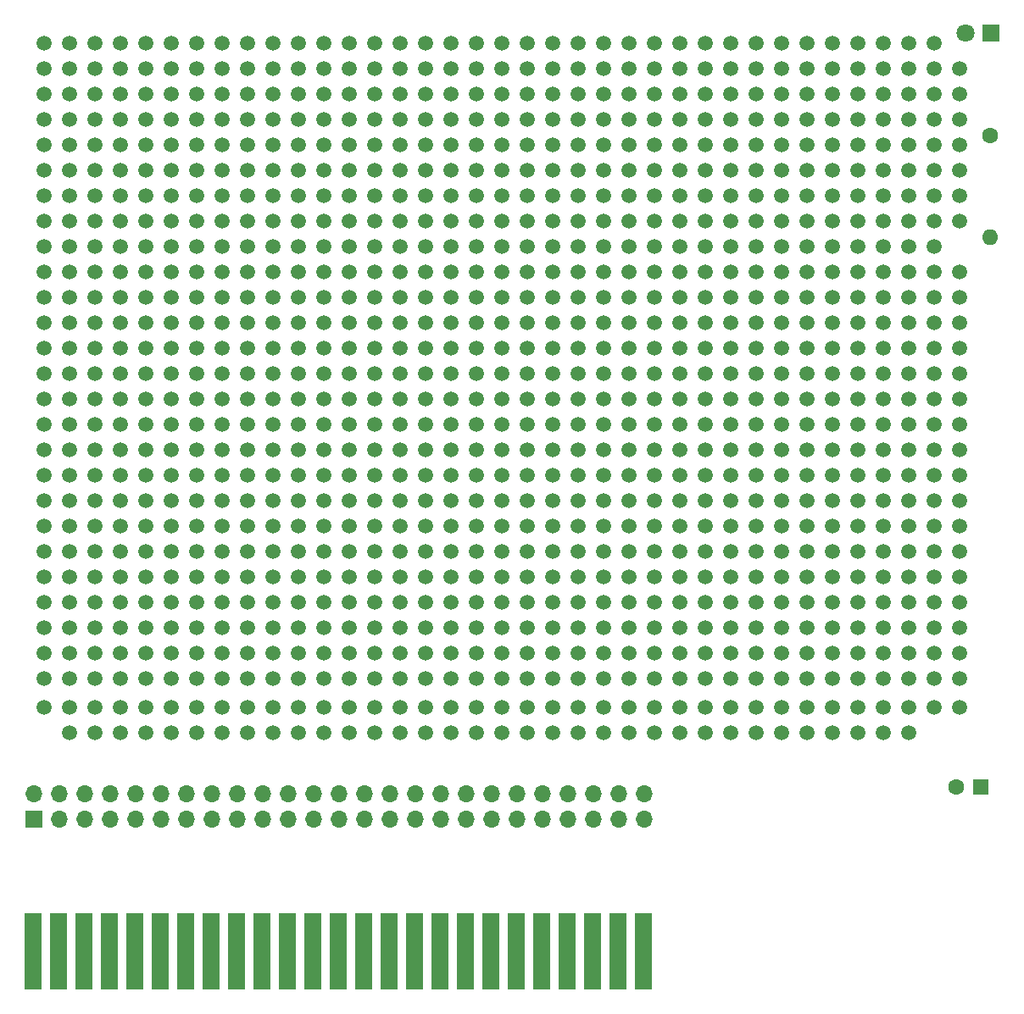
<source format=gbr>
G04 #@! TF.GenerationSoftware,KiCad,Pcbnew,7.0.7*
G04 #@! TF.CreationDate,2024-07-02T20:39:07-05:00*
G04 #@! TF.ProjectId,protoCard,70726f74-6f43-4617-9264-2e6b69636164,1.2*
G04 #@! TF.SameCoordinates,Original*
G04 #@! TF.FileFunction,Soldermask,Bot*
G04 #@! TF.FilePolarity,Negative*
%FSLAX46Y46*%
G04 Gerber Fmt 4.6, Leading zero omitted, Abs format (unit mm)*
G04 Created by KiCad (PCBNEW 7.0.7) date 2024-07-02 20:39:07*
%MOMM*%
%LPD*%
G01*
G04 APERTURE LIST*
%ADD10C,1.500000*%
%ADD11R,1.800000X1.800000*%
%ADD12C,1.800000*%
%ADD13C,1.600000*%
%ADD14O,1.600000X1.600000*%
%ADD15R,1.700000X1.700000*%
%ADD16O,1.700000X1.700000*%
%ADD17R,1.600000X1.600000*%
%ADD18R,1.778000X7.620000*%
G04 APERTURE END LIST*
D10*
X100580000Y-60000000D03*
X120900000Y-57460000D03*
X148840000Y-44760000D03*
X108200000Y-77780000D03*
X133600000Y-47300000D03*
X138680000Y-34600000D03*
X108200000Y-90480000D03*
X138680000Y-103500000D03*
X70100000Y-42220000D03*
X77720000Y-75240000D03*
X125980000Y-42220000D03*
X118360000Y-57460000D03*
X148840000Y-98100000D03*
X57400000Y-47300000D03*
X108200000Y-62540000D03*
X143760000Y-39680000D03*
X115820000Y-100950000D03*
X125980000Y-65080000D03*
X62480000Y-65080000D03*
X85340000Y-90480000D03*
X123440000Y-42220000D03*
X108200000Y-87940000D03*
X128520000Y-52380000D03*
X70100000Y-100950000D03*
X136140000Y-54920000D03*
X70100000Y-62540000D03*
X77720000Y-72700000D03*
X138680000Y-62540000D03*
X125980000Y-70160000D03*
X72640000Y-52380000D03*
X113280000Y-82860000D03*
X118360000Y-49840000D03*
X85340000Y-57460000D03*
X72640000Y-44760000D03*
X98040000Y-70160000D03*
X136140000Y-77780000D03*
X70100000Y-65080000D03*
X120900000Y-54920000D03*
X105660000Y-75240000D03*
X143760000Y-44760000D03*
X141220000Y-100950000D03*
X105660000Y-47300000D03*
X136140000Y-90480000D03*
X77720000Y-93020000D03*
X131060000Y-52380000D03*
X113280000Y-100950000D03*
X62480000Y-90480000D03*
X108200000Y-47300000D03*
X136140000Y-87940000D03*
X115820000Y-75240000D03*
X72640000Y-57460000D03*
X103120000Y-60000000D03*
X65020000Y-85400000D03*
X65020000Y-90480000D03*
X125980000Y-49840000D03*
X75180000Y-37140000D03*
X62480000Y-80320000D03*
X75180000Y-42220000D03*
X131060000Y-49840000D03*
X75180000Y-90480000D03*
X77720000Y-70160000D03*
X77720000Y-103500000D03*
X77720000Y-95560000D03*
X59940000Y-80320000D03*
X87880000Y-93020000D03*
X72640000Y-75240000D03*
X82800000Y-49840000D03*
X123440000Y-34600000D03*
X128520000Y-34600000D03*
X113280000Y-49840000D03*
X143760000Y-82860000D03*
X77720000Y-77780000D03*
X141220000Y-103500000D03*
X92960000Y-57460000D03*
X77720000Y-57460000D03*
X123440000Y-82860000D03*
X133600000Y-82860000D03*
X85340000Y-42220000D03*
X136140000Y-70160000D03*
X70100000Y-82860000D03*
X136140000Y-80320000D03*
X98040000Y-80320000D03*
X115820000Y-37140000D03*
X77720000Y-37140000D03*
X131060000Y-65080000D03*
X59940000Y-60000000D03*
X131060000Y-47300000D03*
X92960000Y-98100000D03*
X82800000Y-70160000D03*
X141220000Y-42220000D03*
X65020000Y-44760000D03*
X146300000Y-90480000D03*
X67560000Y-62540000D03*
X87880000Y-47300000D03*
X108200000Y-93020000D03*
X57400000Y-67620000D03*
X118360000Y-90480000D03*
X128520000Y-85400000D03*
X120900000Y-77780000D03*
X62480000Y-93020000D03*
X110740000Y-47300000D03*
X123440000Y-67620000D03*
X113280000Y-34600000D03*
X67560000Y-34600000D03*
X110740000Y-49840000D03*
X98040000Y-57460000D03*
X113280000Y-70160000D03*
X146300000Y-72700000D03*
X113280000Y-75240000D03*
X90420000Y-80320000D03*
X62480000Y-77780000D03*
X80260000Y-67620000D03*
X82800000Y-77780000D03*
X67560000Y-87940000D03*
X128520000Y-47300000D03*
X98040000Y-44760000D03*
X143760000Y-62540000D03*
X113280000Y-67620000D03*
X115820000Y-42220000D03*
X133600000Y-85400000D03*
X87880000Y-77780000D03*
X131060000Y-72700000D03*
X57400000Y-54920000D03*
X143760000Y-93020000D03*
X108200000Y-98100000D03*
X57400000Y-85400000D03*
X90420000Y-82860000D03*
X98040000Y-103500000D03*
X98040000Y-47300000D03*
X80260000Y-87940000D03*
X125980000Y-85400000D03*
X110740000Y-90480000D03*
X138680000Y-80320000D03*
X108200000Y-44760000D03*
X72640000Y-60000000D03*
X100580000Y-90480000D03*
X133600000Y-49840000D03*
X90420000Y-90480000D03*
X59940000Y-82860000D03*
X110740000Y-100950000D03*
X118360000Y-95560000D03*
X80260000Y-60000000D03*
X77720000Y-49840000D03*
X138680000Y-87940000D03*
X67560000Y-57460000D03*
X65020000Y-67620000D03*
X72640000Y-93020000D03*
X92960000Y-77780000D03*
X133600000Y-39680000D03*
X87880000Y-60000000D03*
X148840000Y-70160000D03*
X85340000Y-52380000D03*
X113280000Y-87940000D03*
X65020000Y-80320000D03*
X125980000Y-100950000D03*
X118360000Y-65080000D03*
X59940000Y-85400000D03*
X85340000Y-54920000D03*
X57400000Y-82860000D03*
X131060000Y-37140000D03*
X82800000Y-42220000D03*
X67560000Y-72700000D03*
X115820000Y-103500000D03*
X57400000Y-44760000D03*
X75180000Y-82860000D03*
X105660000Y-87940000D03*
X108200000Y-42220000D03*
X128520000Y-37140000D03*
X113280000Y-47300000D03*
X72640000Y-80320000D03*
X148840000Y-90480000D03*
X148840000Y-72700000D03*
X118360000Y-100950000D03*
X87880000Y-54920000D03*
X85340000Y-60000000D03*
X82800000Y-37140000D03*
X110740000Y-93020000D03*
X110740000Y-77780000D03*
X85340000Y-39680000D03*
X128520000Y-95560000D03*
X70100000Y-75240000D03*
X100580000Y-34600000D03*
X120900000Y-67620000D03*
X138680000Y-47300000D03*
X85340000Y-87940000D03*
X70100000Y-57460000D03*
X65020000Y-65080000D03*
X75180000Y-75240000D03*
X90420000Y-98100000D03*
X123440000Y-77780000D03*
X115820000Y-52380000D03*
X110740000Y-95560000D03*
X75180000Y-77780000D03*
X72640000Y-49840000D03*
X128520000Y-100950000D03*
X70100000Y-70160000D03*
X123440000Y-49840000D03*
X115820000Y-95560000D03*
X105660000Y-67620000D03*
X120900000Y-65080000D03*
X131060000Y-62540000D03*
X148840000Y-85400000D03*
X95500000Y-90480000D03*
X128520000Y-67620000D03*
X146300000Y-39680000D03*
X146300000Y-47300000D03*
X143760000Y-42220000D03*
X113280000Y-42220000D03*
X148840000Y-95560000D03*
X138680000Y-60000000D03*
X75180000Y-62540000D03*
X110740000Y-70160000D03*
X131060000Y-82860000D03*
X143760000Y-54920000D03*
X125980000Y-52380000D03*
X143760000Y-57460000D03*
X65020000Y-39680000D03*
X143760000Y-37140000D03*
X136140000Y-93020000D03*
X100580000Y-98100000D03*
X136140000Y-60000000D03*
X100580000Y-57460000D03*
X113280000Y-39680000D03*
X90420000Y-93020000D03*
X131060000Y-77780000D03*
X123440000Y-57460000D03*
X65020000Y-87940000D03*
X110740000Y-52380000D03*
X92960000Y-62540000D03*
X105660000Y-60000000D03*
X105660000Y-72700000D03*
X125980000Y-93020000D03*
X77720000Y-80320000D03*
X141220000Y-67620000D03*
X128520000Y-75240000D03*
X62480000Y-72700000D03*
X70100000Y-90480000D03*
X118360000Y-47300000D03*
X98040000Y-52380000D03*
X138680000Y-65080000D03*
X108200000Y-75240000D03*
X141220000Y-49840000D03*
X115820000Y-39680000D03*
X59940000Y-62540000D03*
X108200000Y-72700000D03*
X103120000Y-57460000D03*
X95500000Y-44760000D03*
X113280000Y-65080000D03*
X148840000Y-82860000D03*
X120900000Y-70160000D03*
X77720000Y-85400000D03*
X57400000Y-87940000D03*
X108200000Y-57460000D03*
X92960000Y-87940000D03*
X72640000Y-37140000D03*
X131060000Y-67620000D03*
X92960000Y-80320000D03*
X57400000Y-93020000D03*
X113280000Y-37140000D03*
X57400000Y-98100000D03*
X80260000Y-37140000D03*
X110740000Y-75240000D03*
X128520000Y-82860000D03*
X148840000Y-47300000D03*
X62480000Y-47300000D03*
X100580000Y-37140000D03*
X100580000Y-100950000D03*
X72640000Y-67620000D03*
X85340000Y-82860000D03*
X128520000Y-90480000D03*
X87880000Y-80320000D03*
X62480000Y-62540000D03*
X67560000Y-52380000D03*
X138680000Y-54920000D03*
X92960000Y-54920000D03*
X87880000Y-44760000D03*
X85340000Y-47300000D03*
X133600000Y-70160000D03*
X59940000Y-87940000D03*
X80260000Y-57460000D03*
X143760000Y-34600000D03*
X125980000Y-77780000D03*
X98040000Y-100950000D03*
X115820000Y-90480000D03*
X98040000Y-60000000D03*
X87880000Y-39680000D03*
X115820000Y-65080000D03*
X100580000Y-39680000D03*
X59940000Y-39680000D03*
X82800000Y-93020000D03*
X100580000Y-85400000D03*
X95500000Y-100950000D03*
X70100000Y-60000000D03*
X80260000Y-100950000D03*
X59940000Y-93020000D03*
X141220000Y-57460000D03*
X100580000Y-54920000D03*
X62480000Y-49840000D03*
X105660000Y-82860000D03*
X103120000Y-72700000D03*
X125980000Y-90480000D03*
X80260000Y-42220000D03*
X92960000Y-100950000D03*
X141220000Y-72700000D03*
X98040000Y-37140000D03*
X118360000Y-62540000D03*
X146300000Y-65080000D03*
X67560000Y-80320000D03*
X110740000Y-34600000D03*
X118360000Y-87940000D03*
X65020000Y-70160000D03*
X57400000Y-39680000D03*
X118360000Y-77780000D03*
X105660000Y-100950000D03*
X123440000Y-93020000D03*
X80260000Y-95560000D03*
X108200000Y-34600000D03*
X80260000Y-72700000D03*
X65020000Y-37140000D03*
X141220000Y-85400000D03*
X92960000Y-37140000D03*
X125980000Y-47300000D03*
X95500000Y-95560000D03*
X148840000Y-62540000D03*
X133600000Y-65080000D03*
X87880000Y-100950000D03*
X103120000Y-65080000D03*
X98040000Y-75240000D03*
X131060000Y-90480000D03*
X85340000Y-77780000D03*
X72640000Y-62540000D03*
X67560000Y-67620000D03*
X141220000Y-47300000D03*
X95500000Y-47300000D03*
X133600000Y-42220000D03*
X143760000Y-95560000D03*
X67560000Y-44760000D03*
X131060000Y-85400000D03*
X92960000Y-60000000D03*
X100580000Y-82860000D03*
X148840000Y-57460000D03*
X82800000Y-90480000D03*
X128520000Y-72700000D03*
X67560000Y-90480000D03*
X67560000Y-77780000D03*
X105660000Y-37140000D03*
X146300000Y-44760000D03*
X113280000Y-60000000D03*
X77720000Y-34600000D03*
X92960000Y-49840000D03*
X59940000Y-77780000D03*
X103120000Y-52380000D03*
X133600000Y-72700000D03*
X82800000Y-47300000D03*
X105660000Y-77780000D03*
X131060000Y-70160000D03*
X113280000Y-85400000D03*
X70100000Y-49840000D03*
X128520000Y-42220000D03*
X92960000Y-67620000D03*
X65020000Y-54920000D03*
X148840000Y-49840000D03*
X75180000Y-67620000D03*
X138680000Y-77780000D03*
X146300000Y-37140000D03*
X59940000Y-100950000D03*
X92960000Y-72700000D03*
X131060000Y-103500000D03*
X72640000Y-72700000D03*
X57400000Y-52380000D03*
X108200000Y-103500000D03*
X80260000Y-70160000D03*
X57400000Y-57460000D03*
X133600000Y-90480000D03*
X148840000Y-100950000D03*
X120900000Y-98100000D03*
X100580000Y-87940000D03*
X67560000Y-37140000D03*
X82800000Y-57460000D03*
X57400000Y-75240000D03*
X80260000Y-98100000D03*
X70100000Y-72700000D03*
X75180000Y-93020000D03*
X92960000Y-95560000D03*
X92960000Y-44760000D03*
X70100000Y-52380000D03*
X108200000Y-52380000D03*
X87880000Y-57460000D03*
X92960000Y-70160000D03*
X62480000Y-52380000D03*
X90420000Y-103500000D03*
D11*
X151940000Y-33560000D03*
D12*
X149400000Y-33560000D03*
D10*
X100580000Y-47300000D03*
X70100000Y-54920000D03*
X103120000Y-98100000D03*
X70100000Y-34600000D03*
X90420000Y-65080000D03*
X143760000Y-87940000D03*
X105660000Y-95560000D03*
X143760000Y-49840000D03*
X98040000Y-87940000D03*
X136140000Y-65080000D03*
X115820000Y-87940000D03*
X100580000Y-62540000D03*
X110740000Y-87940000D03*
X65020000Y-42220000D03*
X70100000Y-98100000D03*
X59940000Y-90480000D03*
X90420000Y-44760000D03*
X110740000Y-60000000D03*
X80260000Y-44760000D03*
X82800000Y-39680000D03*
X62480000Y-87940000D03*
X103120000Y-85400000D03*
X148840000Y-37140000D03*
X115820000Y-93020000D03*
X77720000Y-42220000D03*
X133600000Y-67620000D03*
X141220000Y-54920000D03*
X75180000Y-80320000D03*
X143760000Y-72700000D03*
X136140000Y-52380000D03*
X141220000Y-60000000D03*
X128520000Y-93020000D03*
X62480000Y-42220000D03*
X103120000Y-42220000D03*
X70100000Y-87940000D03*
X77720000Y-98100000D03*
X62480000Y-39680000D03*
X82800000Y-44760000D03*
X118360000Y-37140000D03*
X128520000Y-62540000D03*
X118360000Y-80320000D03*
X108200000Y-82860000D03*
X141220000Y-37140000D03*
X120900000Y-60000000D03*
X92960000Y-39680000D03*
X65020000Y-57460000D03*
X108200000Y-95560000D03*
X120900000Y-103500000D03*
X141220000Y-90480000D03*
X133600000Y-60000000D03*
X110740000Y-85400000D03*
X70100000Y-80320000D03*
X62480000Y-75240000D03*
X82800000Y-65080000D03*
X143760000Y-65080000D03*
X125980000Y-82860000D03*
X118360000Y-85400000D03*
X98040000Y-54920000D03*
X148840000Y-75240000D03*
X87880000Y-62540000D03*
X59940000Y-52380000D03*
X98040000Y-77780000D03*
X148840000Y-65080000D03*
X105660000Y-65080000D03*
D13*
X151850000Y-43840000D03*
D14*
X151850000Y-54000000D03*
D10*
X123440000Y-52380000D03*
X131060000Y-57460000D03*
X95500000Y-34600000D03*
X120900000Y-39680000D03*
X80260000Y-65080000D03*
X90420000Y-72700000D03*
X90420000Y-37140000D03*
X123440000Y-44760000D03*
X62480000Y-67620000D03*
X115820000Y-47300000D03*
X138680000Y-57460000D03*
X72640000Y-90480000D03*
X118360000Y-52380000D03*
X62480000Y-95560000D03*
X87880000Y-65080000D03*
X67560000Y-93020000D03*
X110740000Y-44760000D03*
X72640000Y-95560000D03*
X131060000Y-93020000D03*
X65020000Y-49840000D03*
X87880000Y-49840000D03*
X105660000Y-90480000D03*
X75180000Y-72700000D03*
X67560000Y-103500000D03*
X80260000Y-62540000D03*
X133600000Y-95560000D03*
X103120000Y-62540000D03*
X115820000Y-34600000D03*
X125980000Y-67620000D03*
X133600000Y-103500000D03*
X128520000Y-80320000D03*
X103120000Y-75240000D03*
X95500000Y-103500000D03*
X67560000Y-54920000D03*
X115820000Y-67620000D03*
X57400000Y-37140000D03*
X105660000Y-62540000D03*
X85340000Y-75240000D03*
X133600000Y-80320000D03*
X131060000Y-80320000D03*
X115820000Y-60000000D03*
X115820000Y-62540000D03*
X82800000Y-80320000D03*
X59940000Y-75240000D03*
X80260000Y-77780000D03*
X115820000Y-70160000D03*
X143760000Y-77780000D03*
X113280000Y-95560000D03*
X110740000Y-62540000D03*
X87880000Y-90480000D03*
X123440000Y-100950000D03*
X118360000Y-98100000D03*
X108200000Y-39680000D03*
X67560000Y-49840000D03*
X62480000Y-60000000D03*
X92960000Y-93020000D03*
X87880000Y-70160000D03*
X98040000Y-93020000D03*
X138680000Y-52380000D03*
X148840000Y-67620000D03*
X113280000Y-62540000D03*
X118360000Y-72700000D03*
D15*
X56320000Y-112160000D03*
D16*
X58860000Y-112160000D03*
X61400000Y-112160000D03*
X63940000Y-112160000D03*
X66480000Y-112160000D03*
X69020000Y-112160000D03*
X71560000Y-112160000D03*
X74100000Y-112160000D03*
X76640000Y-112160000D03*
X79180000Y-112160000D03*
X81720000Y-112160000D03*
X84260000Y-112160000D03*
X86800000Y-112160000D03*
X89340000Y-112160000D03*
X91880000Y-112160000D03*
X94420000Y-112160000D03*
X96960000Y-112160000D03*
X99500000Y-112160000D03*
X102040000Y-112160000D03*
X104580000Y-112160000D03*
X107120000Y-112160000D03*
X109660000Y-112160000D03*
X112200000Y-112160000D03*
X114740000Y-112160000D03*
X117280000Y-112160000D03*
X117280000Y-109620000D03*
X114740000Y-109620000D03*
X112200000Y-109620000D03*
X109660000Y-109620000D03*
X107120000Y-109620000D03*
X104580000Y-109620000D03*
X102040000Y-109620000D03*
X99500000Y-109620000D03*
X96960000Y-109620000D03*
X94420000Y-109620000D03*
X91880000Y-109620000D03*
X89340000Y-109620000D03*
X86800000Y-109620000D03*
X84260000Y-109620000D03*
X81720000Y-109620000D03*
X79180000Y-109620000D03*
X76640000Y-109620000D03*
X74100000Y-109620000D03*
X71560000Y-109620000D03*
X69020000Y-109620000D03*
X66480000Y-109620000D03*
X63940000Y-109620000D03*
X61400000Y-109620000D03*
X58860000Y-109620000D03*
X56320000Y-109620000D03*
D10*
X118360000Y-60000000D03*
X118360000Y-54920000D03*
X103120000Y-80320000D03*
X57400000Y-62540000D03*
X72640000Y-77780000D03*
X118360000Y-103500000D03*
X82800000Y-95560000D03*
X57400000Y-77780000D03*
X90420000Y-95560000D03*
X103120000Y-90480000D03*
X85340000Y-95560000D03*
X75180000Y-87940000D03*
X72640000Y-87940000D03*
X100580000Y-103500000D03*
X75180000Y-52380000D03*
X82800000Y-72700000D03*
X108200000Y-49840000D03*
X80260000Y-80320000D03*
X123440000Y-87940000D03*
X100580000Y-77780000D03*
X120900000Y-47300000D03*
X90420000Y-34600000D03*
X138680000Y-70160000D03*
X80260000Y-82860000D03*
X115820000Y-44760000D03*
X128520000Y-39680000D03*
X57400000Y-49840000D03*
X136140000Y-85400000D03*
X59940000Y-72700000D03*
X118360000Y-44760000D03*
X57400000Y-42220000D03*
X118360000Y-93020000D03*
X125980000Y-80320000D03*
X125980000Y-75240000D03*
X90420000Y-57460000D03*
X141220000Y-98100000D03*
X103120000Y-49840000D03*
X118360000Y-42220000D03*
X59940000Y-54920000D03*
X136140000Y-82860000D03*
X113280000Y-90480000D03*
X108200000Y-60000000D03*
X72640000Y-54920000D03*
X123440000Y-103500000D03*
X146300000Y-54920000D03*
X67560000Y-42220000D03*
X105660000Y-52380000D03*
X120900000Y-34600000D03*
X136140000Y-34600000D03*
X59940000Y-34600000D03*
X85340000Y-67620000D03*
X90420000Y-77780000D03*
X143760000Y-60000000D03*
X100580000Y-75240000D03*
X70100000Y-47300000D03*
X136140000Y-44760000D03*
X131060000Y-75240000D03*
X133600000Y-54920000D03*
X98040000Y-98100000D03*
X95500000Y-52380000D03*
D17*
X150945113Y-108960000D03*
D13*
X148445113Y-108960000D03*
D10*
X113280000Y-80320000D03*
X65020000Y-103500000D03*
X146300000Y-60000000D03*
X123440000Y-39680000D03*
X146300000Y-70160000D03*
X113280000Y-57460000D03*
X143760000Y-98100000D03*
X108200000Y-67620000D03*
X77720000Y-47300000D03*
X59940000Y-67620000D03*
X95500000Y-70160000D03*
X85340000Y-49840000D03*
X67560000Y-82860000D03*
X72640000Y-34600000D03*
X59940000Y-42220000D03*
X100580000Y-72700000D03*
X110740000Y-67620000D03*
X75180000Y-65080000D03*
X77720000Y-67620000D03*
X95500000Y-93020000D03*
X131060000Y-44760000D03*
X146300000Y-67620000D03*
X146300000Y-75240000D03*
X87880000Y-82860000D03*
X62480000Y-57460000D03*
X120900000Y-62540000D03*
X98040000Y-49840000D03*
X70100000Y-44760000D03*
X70100000Y-85400000D03*
X87880000Y-42220000D03*
X120900000Y-100950000D03*
X57400000Y-90480000D03*
X131060000Y-95560000D03*
X57400000Y-100950000D03*
X103120000Y-82860000D03*
X59940000Y-95560000D03*
X80260000Y-85400000D03*
X128520000Y-65080000D03*
X82800000Y-87940000D03*
X143760000Y-90480000D03*
X103120000Y-77780000D03*
X72640000Y-103500000D03*
X133600000Y-52380000D03*
X62480000Y-44760000D03*
X136140000Y-42220000D03*
X87880000Y-52380000D03*
X136140000Y-75240000D03*
X92960000Y-34600000D03*
X103120000Y-100950000D03*
X95500000Y-57460000D03*
X141220000Y-34600000D03*
X123440000Y-65080000D03*
X115820000Y-80320000D03*
X120900000Y-87940000D03*
X72640000Y-47300000D03*
X77720000Y-52380000D03*
X80260000Y-103500000D03*
X120900000Y-80320000D03*
X146300000Y-57460000D03*
X141220000Y-95560000D03*
X146300000Y-49840000D03*
X90420000Y-100950000D03*
X57400000Y-34600000D03*
X92960000Y-85400000D03*
X110740000Y-72700000D03*
X128520000Y-60000000D03*
X113280000Y-72700000D03*
X72640000Y-70160000D03*
X123440000Y-90480000D03*
X123440000Y-70160000D03*
X110740000Y-82860000D03*
X138680000Y-85400000D03*
X59940000Y-103500000D03*
X123440000Y-98100000D03*
X92960000Y-103500000D03*
X85340000Y-44760000D03*
X138680000Y-39680000D03*
X141220000Y-80320000D03*
X82800000Y-67620000D03*
X120900000Y-85400000D03*
X143760000Y-80320000D03*
X120900000Y-49840000D03*
X59940000Y-49840000D03*
X95500000Y-62540000D03*
X98040000Y-90480000D03*
X115820000Y-82860000D03*
X146300000Y-77780000D03*
X75180000Y-103500000D03*
X125980000Y-103500000D03*
X65020000Y-75240000D03*
X136140000Y-98100000D03*
X67560000Y-65080000D03*
X115820000Y-57460000D03*
X128520000Y-103500000D03*
X123440000Y-62540000D03*
X120900000Y-42220000D03*
X75180000Y-44760000D03*
X136140000Y-95560000D03*
X95500000Y-37140000D03*
X128520000Y-54920000D03*
X103120000Y-37140000D03*
X120900000Y-37140000D03*
X148840000Y-39680000D03*
X85340000Y-80320000D03*
X77720000Y-82860000D03*
X133600000Y-75240000D03*
X65020000Y-93020000D03*
X143760000Y-103500000D03*
X59940000Y-70160000D03*
X103120000Y-44760000D03*
X105660000Y-44760000D03*
X105660000Y-42220000D03*
X125980000Y-37140000D03*
X115820000Y-54920000D03*
X105660000Y-93020000D03*
X95500000Y-98100000D03*
X103120000Y-34600000D03*
X125980000Y-57460000D03*
X108200000Y-54920000D03*
X65020000Y-82860000D03*
X59940000Y-57460000D03*
X120900000Y-44760000D03*
X92960000Y-90480000D03*
X110740000Y-65080000D03*
X133600000Y-93020000D03*
X90420000Y-85400000D03*
X57400000Y-70160000D03*
X72640000Y-42220000D03*
X138680000Y-90480000D03*
X148840000Y-52380000D03*
X108200000Y-65080000D03*
X131060000Y-98100000D03*
X125980000Y-34600000D03*
X120900000Y-90480000D03*
X72640000Y-65080000D03*
X57400000Y-60000000D03*
X136140000Y-100950000D03*
X90420000Y-70160000D03*
X125980000Y-54920000D03*
X95500000Y-54920000D03*
X85340000Y-100950000D03*
X143760000Y-67620000D03*
X115820000Y-98100000D03*
X90420000Y-54920000D03*
X113280000Y-93020000D03*
X62480000Y-98100000D03*
X82800000Y-75240000D03*
X65020000Y-100950000D03*
X62480000Y-85400000D03*
X72640000Y-82860000D03*
X148840000Y-93020000D03*
X77720000Y-100950000D03*
X82800000Y-60000000D03*
X80260000Y-49840000D03*
X90420000Y-39680000D03*
X72640000Y-39680000D03*
X110740000Y-103500000D03*
X72640000Y-85400000D03*
X141220000Y-65080000D03*
X138680000Y-37140000D03*
X143760000Y-75240000D03*
X123440000Y-85400000D03*
X146300000Y-34600000D03*
X115820000Y-77780000D03*
X98040000Y-42220000D03*
X136140000Y-103500000D03*
X77720000Y-90480000D03*
X62480000Y-54920000D03*
X136140000Y-62540000D03*
X95500000Y-75240000D03*
X77720000Y-39680000D03*
X90420000Y-60000000D03*
X118360000Y-39680000D03*
X143760000Y-100950000D03*
X67560000Y-39680000D03*
X125980000Y-39680000D03*
X105660000Y-98100000D03*
X67560000Y-95560000D03*
X87880000Y-98100000D03*
X136140000Y-49840000D03*
X62480000Y-100950000D03*
X82800000Y-52380000D03*
X131060000Y-42220000D03*
X92960000Y-47300000D03*
X75180000Y-85400000D03*
X92960000Y-52380000D03*
X131060000Y-87940000D03*
X103120000Y-70160000D03*
X67560000Y-100950000D03*
X100580000Y-49840000D03*
X95500000Y-49840000D03*
X108200000Y-80320000D03*
X138680000Y-75240000D03*
X87880000Y-95560000D03*
X77720000Y-65080000D03*
X67560000Y-47300000D03*
X98040000Y-67620000D03*
X65020000Y-98100000D03*
X133600000Y-77780000D03*
X110740000Y-98100000D03*
X87880000Y-67620000D03*
X90420000Y-49840000D03*
X95500000Y-82860000D03*
X72640000Y-100950000D03*
X103120000Y-39680000D03*
X87880000Y-72700000D03*
X59940000Y-98100000D03*
X95500000Y-65080000D03*
X103120000Y-93020000D03*
X103120000Y-47300000D03*
X95500000Y-42220000D03*
X95500000Y-77780000D03*
X59940000Y-44760000D03*
X141220000Y-82860000D03*
X113280000Y-98100000D03*
X120900000Y-82860000D03*
X128520000Y-70160000D03*
X87880000Y-85400000D03*
X67560000Y-70160000D03*
X138680000Y-93020000D03*
X65020000Y-52380000D03*
X90420000Y-62540000D03*
X108200000Y-85400000D03*
X98040000Y-62540000D03*
X65020000Y-72700000D03*
X103120000Y-87940000D03*
X110740000Y-39680000D03*
X92960000Y-42220000D03*
X146300000Y-85400000D03*
X113280000Y-44760000D03*
X62480000Y-37140000D03*
X92960000Y-65080000D03*
X67560000Y-60000000D03*
X59940000Y-65080000D03*
X105660000Y-70160000D03*
X123440000Y-80320000D03*
X133600000Y-100950000D03*
X136140000Y-72700000D03*
X98040000Y-34600000D03*
X146300000Y-100950000D03*
X105660000Y-85400000D03*
X75180000Y-100950000D03*
X100580000Y-70160000D03*
X85340000Y-37140000D03*
X75180000Y-70160000D03*
X105660000Y-39680000D03*
X75180000Y-49840000D03*
X131060000Y-60000000D03*
X77720000Y-62540000D03*
X136140000Y-67620000D03*
X123440000Y-54920000D03*
X146300000Y-93020000D03*
X100580000Y-67620000D03*
X108200000Y-70160000D03*
X113280000Y-77780000D03*
X123440000Y-47300000D03*
X146300000Y-42220000D03*
X133600000Y-57460000D03*
X90420000Y-52380000D03*
X70100000Y-103500000D03*
X57400000Y-65080000D03*
X123440000Y-72700000D03*
X136140000Y-47300000D03*
X70100000Y-39680000D03*
X67560000Y-98100000D03*
X138680000Y-44760000D03*
X92960000Y-82860000D03*
X143760000Y-70160000D03*
X113280000Y-52380000D03*
X146300000Y-95560000D03*
X115820000Y-85400000D03*
X57400000Y-80320000D03*
X82800000Y-54920000D03*
X65020000Y-47300000D03*
X136140000Y-37140000D03*
X95500000Y-60000000D03*
X90420000Y-47300000D03*
X98040000Y-65080000D03*
X82800000Y-103500000D03*
X87880000Y-75240000D03*
X85340000Y-65080000D03*
X148840000Y-60000000D03*
X72640000Y-98100000D03*
X90420000Y-67620000D03*
X143760000Y-85400000D03*
X65020000Y-77780000D03*
X100580000Y-44760000D03*
X80260000Y-39680000D03*
X146300000Y-62540000D03*
X80260000Y-54920000D03*
X143760000Y-52380000D03*
X125980000Y-60000000D03*
X57400000Y-95560000D03*
X100580000Y-80320000D03*
X138680000Y-42220000D03*
X125980000Y-98100000D03*
X70100000Y-67620000D03*
X138680000Y-49840000D03*
X87880000Y-103500000D03*
X105660000Y-80320000D03*
X113280000Y-54920000D03*
X123440000Y-75240000D03*
X87880000Y-87940000D03*
X120900000Y-75240000D03*
X62480000Y-82860000D03*
X148840000Y-42220000D03*
X77720000Y-87940000D03*
X103120000Y-54920000D03*
X110740000Y-42220000D03*
X67560000Y-75240000D03*
X82800000Y-62540000D03*
X120900000Y-52380000D03*
X80260000Y-90480000D03*
X82800000Y-98100000D03*
X85340000Y-98100000D03*
X82800000Y-82860000D03*
X133600000Y-44760000D03*
X146300000Y-87940000D03*
X128520000Y-57460000D03*
X85340000Y-85400000D03*
X138680000Y-72700000D03*
X98040000Y-85400000D03*
X141220000Y-39680000D03*
X138680000Y-95560000D03*
X75180000Y-57460000D03*
X80260000Y-75240000D03*
X131060000Y-100950000D03*
X98040000Y-95560000D03*
X128520000Y-77780000D03*
X67560000Y-85400000D03*
X118360000Y-34600000D03*
X95500000Y-39680000D03*
X125980000Y-62540000D03*
X141220000Y-70160000D03*
X77720000Y-44760000D03*
X141220000Y-52380000D03*
X70100000Y-37140000D03*
X105660000Y-54920000D03*
X75180000Y-54920000D03*
X85340000Y-103500000D03*
X90420000Y-42220000D03*
D18*
X117260000Y-125400000D03*
X114720000Y-125400000D03*
X112180000Y-125400000D03*
X109640000Y-125400000D03*
X107100000Y-125400000D03*
X104560000Y-125400000D03*
X102020000Y-125400000D03*
X99480000Y-125400000D03*
X96940000Y-125400000D03*
X94400000Y-125400000D03*
X91860000Y-125400000D03*
X89320000Y-125400000D03*
X86780000Y-125400000D03*
X84240000Y-125400000D03*
X81700000Y-125400000D03*
X79160000Y-125400000D03*
X76620000Y-125400000D03*
X74080000Y-125400000D03*
X71540000Y-125400000D03*
X69000000Y-125400000D03*
X66460000Y-125400000D03*
X63920000Y-125400000D03*
X61380000Y-125400000D03*
X58840000Y-125400000D03*
X56300000Y-125400000D03*
D10*
X115820000Y-72700000D03*
X80260000Y-34600000D03*
X100580000Y-95560000D03*
X100580000Y-65080000D03*
X125980000Y-95560000D03*
X95500000Y-87940000D03*
X120900000Y-95560000D03*
X123440000Y-37140000D03*
X85340000Y-34600000D03*
X75180000Y-60000000D03*
X138680000Y-100950000D03*
X148840000Y-80320000D03*
X59940000Y-47300000D03*
X87880000Y-37140000D03*
X141220000Y-77780000D03*
X105660000Y-57460000D03*
X98040000Y-72700000D03*
X133600000Y-37140000D03*
X148840000Y-87940000D03*
X85340000Y-72700000D03*
X118360000Y-67620000D03*
X141220000Y-93020000D03*
X95500000Y-85400000D03*
X136140000Y-57460000D03*
X146300000Y-98100000D03*
X75180000Y-95560000D03*
X98040000Y-39680000D03*
X80260000Y-52380000D03*
X62480000Y-70160000D03*
X108200000Y-37140000D03*
X133600000Y-98100000D03*
X75180000Y-98100000D03*
X62480000Y-103500000D03*
X146300000Y-52380000D03*
X141220000Y-44760000D03*
X138680000Y-67620000D03*
X62480000Y-34600000D03*
X95500000Y-72700000D03*
X95500000Y-67620000D03*
X103120000Y-67620000D03*
X118360000Y-75240000D03*
X98040000Y-82860000D03*
X80260000Y-47300000D03*
X70100000Y-95560000D03*
X125980000Y-44760000D03*
X141220000Y-62540000D03*
X65020000Y-95560000D03*
X82800000Y-34600000D03*
X65020000Y-34600000D03*
X75180000Y-34600000D03*
X100580000Y-42220000D03*
X105660000Y-103500000D03*
X90420000Y-87940000D03*
X92960000Y-75240000D03*
X123440000Y-60000000D03*
X90420000Y-75240000D03*
X85340000Y-62540000D03*
X125980000Y-87940000D03*
X110740000Y-54920000D03*
X110740000Y-57460000D03*
X65020000Y-62540000D03*
X133600000Y-87940000D03*
X77720000Y-54920000D03*
X148840000Y-77780000D03*
X143760000Y-47300000D03*
X65020000Y-60000000D03*
X141220000Y-87940000D03*
X77720000Y-60000000D03*
X59940000Y-37140000D03*
X100580000Y-52380000D03*
X128520000Y-87940000D03*
X103120000Y-103500000D03*
X105660000Y-34600000D03*
X115820000Y-49840000D03*
X103120000Y-95560000D03*
X105660000Y-49840000D03*
X110740000Y-80320000D03*
X125980000Y-72700000D03*
X118360000Y-70160000D03*
X138680000Y-98100000D03*
X113280000Y-103500000D03*
X131060000Y-54920000D03*
X87880000Y-34600000D03*
X100580000Y-93020000D03*
X70100000Y-77780000D03*
X128520000Y-49840000D03*
X133600000Y-62540000D03*
X85340000Y-93020000D03*
X108200000Y-100950000D03*
X146300000Y-80320000D03*
X110740000Y-37140000D03*
X82800000Y-100950000D03*
X118360000Y-82860000D03*
X80260000Y-93020000D03*
X95500000Y-80320000D03*
X146300000Y-82860000D03*
X138680000Y-82860000D03*
X128520000Y-44760000D03*
X120900000Y-72700000D03*
X128520000Y-98100000D03*
X75180000Y-39680000D03*
X57400000Y-72700000D03*
X136140000Y-39680000D03*
X133600000Y-34600000D03*
X123440000Y-95560000D03*
X85340000Y-70160000D03*
X131060000Y-34600000D03*
X141220000Y-75240000D03*
X131060000Y-39680000D03*
X75180000Y-47300000D03*
X82800000Y-85400000D03*
X120900000Y-93020000D03*
X70100000Y-93020000D03*
M02*

</source>
